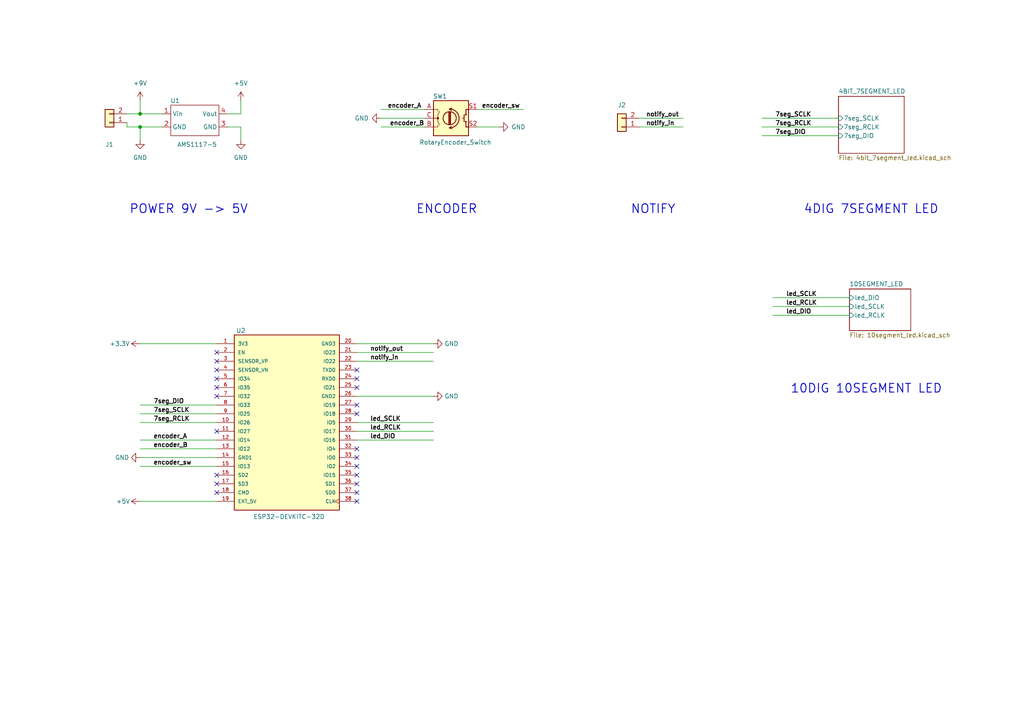
<source format=kicad_sch>
(kicad_sch (version 20211123) (generator eeschema)
  (paper "A4")
  (lib_symbols
    (symbol "Connector_Others:KF128_5.08_2P" (pin_names (offset 1.016) hide)
      (property "Reference" "J" (at 0 2.54 0))
      (property "Value" "KF128_5.08_2P" (at 0 -5.08 0))
      (symbol "KF128_5.08_2P_1_1"
        (rectangle (start -1.27 -2.413) (end 0 -2.667) (stroke (width 0.1524)))
        (rectangle (start -1.27 0.127) (end 0 -0.127) (stroke (width 0.1524)))
        (rectangle (start -1.27 1.27) (end 1.27 -3.81) (stroke (width 0.254)) (fill (type background)))
        (pin passive line (at -5.08 0 0) (length 3.81) (name "Pin_1") (number "1"))
        (pin passive line (at -5.08 -2.54 0) (length 3.81) (name "Pin_2") (number "2"))
      )
    )
    (symbol "ESP_Module:ESP32-DEVKITC-32D" (pin_names (offset 1.016))
      (property "Reference" "U2" (at 0 31.115 0))
      (property "Value" "ESP32-DEVKITC-32D" (at 0 28.575 0))
      (symbol "ESP32-DEVKITC-32D_0_0"
        (rectangle (start -15.24 -25.4) (end 15.24 25.4) (stroke (width 0.254)) (fill (type background)))
        (pin power_out line (at -20.32 22.86 0) (length 5.08) (name "3V3") (number "1"))
        (pin bidirectional line (at -20.32 0 0) (length 5.08) (name "IO26") (number "10"))
        (pin bidirectional line (at -20.32 -2.54 0) (length 5.08) (name "IO27") (number "11"))
        (pin bidirectional line (at -20.32 -5.08 0) (length 5.08) (name "IO14") (number "12"))
        (pin bidirectional line (at -20.32 -7.62 0) (length 5.08) (name "IO12") (number "13"))
        (pin power_in line (at -20.32 -10.16 0) (length 5.08) (name "GND1") (number "14"))
        (pin bidirectional line (at -20.32 -12.7 0) (length 5.08) (name "IO13") (number "15"))
        (pin bidirectional line (at -20.32 -15.24 0) (length 5.08) (name "SD2") (number "16"))
        (pin bidirectional line (at -20.32 -17.78 0) (length 5.08) (name "SD3") (number "17"))
        (pin bidirectional line (at -20.32 -20.32 0) (length 5.08) (name "CMD") (number "18"))
        (pin power_in line (at -20.32 -22.86 0) (length 5.08) (name "EXT_5V") (number "19"))
        (pin input line (at -20.32 20.32 0) (length 5.08) (name "EN") (number "2"))
        (pin power_in line (at 20.32 22.86 180) (length 5.08) (name "GND3") (number "20"))
        (pin bidirectional line (at 20.32 20.32 180) (length 5.08) (name "IO23") (number "21"))
        (pin bidirectional line (at 20.32 17.78 180) (length 5.08) (name "IO22") (number "22"))
        (pin output line (at 20.32 15.24 180) (length 5.08) (name "TXD0") (number "23"))
        (pin input line (at 20.32 12.7 180) (length 5.08) (name "RXD0") (number "24"))
        (pin bidirectional line (at 20.32 10.16 180) (length 5.08) (name "IO21") (number "25"))
        (pin power_in line (at 20.32 7.62 180) (length 5.08) (name "GND2") (number "26"))
        (pin bidirectional line (at 20.32 5.08 180) (length 5.08) (name "IO19") (number "27"))
        (pin bidirectional line (at 20.32 2.54 180) (length 5.08) (name "IO18") (number "28"))
        (pin bidirectional line (at 20.32 0 180) (length 5.08) (name "IO5") (number "29"))
        (pin input line (at -20.32 17.78 0) (length 5.08) (name "SENSOR_VP") (number "3"))
        (pin bidirectional line (at 20.32 -2.54 180) (length 5.08) (name "IO17") (number "30"))
        (pin bidirectional line (at 20.32 -5.08 180) (length 5.08) (name "IO16") (number "31"))
        (pin bidirectional line (at 20.32 -7.62 180) (length 5.08) (name "IO4") (number "32"))
        (pin bidirectional line (at 20.32 -10.16 180) (length 5.08) (name "IO0") (number "33"))
        (pin bidirectional line (at 20.32 -12.7 180) (length 5.08) (name "IO2") (number "34"))
        (pin bidirectional line (at 20.32 -15.24 180) (length 5.08) (name "IO15") (number "35"))
        (pin bidirectional line (at 20.32 -17.78 180) (length 5.08) (name "SD1") (number "36"))
        (pin bidirectional line (at 20.32 -20.32 180) (length 5.08) (name "SD0") (number "37"))
        (pin input clock (at 20.32 -22.86 180) (length 5.08) (name "CLK") (number "38"))
        (pin input line (at -20.32 15.24 0) (length 5.08) (name "SENSOR_VN") (number "4"))
        (pin bidirectional line (at -20.32 12.7 0) (length 5.08) (name "IO34") (number "5"))
        (pin bidirectional line (at -20.32 10.16 0) (length 5.08) (name "IO35") (number "6"))
        (pin bidirectional line (at -20.32 7.62 0) (length 5.08) (name "IO32") (number "7"))
        (pin bidirectional line (at -20.32 5.08 0) (length 5.08) (name "IO33") (number "8"))
        (pin bidirectional line (at -20.32 2.54 0) (length 5.08) (name "IO25") (number "9"))
      )
    )
    (symbol "KF128_5.08_2P_1" (pin_names (offset 1.016) hide)
      (property "Reference" "J1" (at 0 6.35 0))
      (symbol "KF128_5.08_2P_1_1_1"
        (rectangle (start -1.27 -2.413) (end 0 -2.667) (stroke (width 0.1524)))
        (rectangle (start -1.27 0.127) (end 0 -0.127) (stroke (width 0.1524)))
        (rectangle (start -1.27 1.27) (end 1.27 -3.81) (stroke (width 0.254)) (fill (type background)))
        (pin power_out line (at -5.08 0 0) (length 3.81) (name "Pin_1") (number "1"))
        (pin power_out line (at -5.08 -2.54 0) (length 3.81) (name "Pin_2") (number "2"))
      )
    )
    (symbol "Power_Module:AMS1117-5"
      (property "Reference" "U1" (at 1.27 1.27 0))
      (property "Value" "AMS1117-5" (at 7.62 -11.43 0))
      (symbol "AMS1117-5_0_1"
        (rectangle (start 0 0) (end 13.97 -8.89))
      )
      (symbol "AMS1117-5_1_1"
        (pin power_in line (at -2.54 -2.54 0) (length 2.54) (name "Vin") (number "1"))
        (pin power_in line (at -2.54 -6.35 0) (length 2.54) (name "GND") (number "2"))
        (pin passive line (at 16.51 -6.35 180) (length 2.54) (name "GND") (number "3"))
        (pin power_out line (at 16.51 -2.54 180) (length 2.54) (name "Vout") (number "4"))
      )
    )
    (symbol "Rotary_Encoder_my:RotaryEncoder_Switch" (pin_names (offset 0.254) hide)
      (property "Reference" "SW" (at 0 6.604 0))
      (property "Value" "RotaryEncoder_Switch" (at 0 -6.604 0))
      (symbol "RotaryEncoder_Switch_0_1"
        (rectangle (start -5.08 5.08) (end 5.08 -5.08) (stroke (width 0.254)) (fill (type background)))
        (circle (center -3.81 0) (radius 0.254) (fill (type outline)))
        (arc (start -0.381 -2.794) (mid 2.3622 -0.0508) (end -0.381 2.667) (stroke (width 0.254)))
        (circle (center -0.381 0) (radius 1.905) (stroke (width 0.254)))
        (polyline (pts (xy -0.635 -1.778) (xy -0.635 1.778)) (stroke (width 0.254)))
        (polyline (pts (xy -0.381 -1.778) (xy -0.381 1.778)) (stroke (width 0.254)))
        (polyline (pts (xy -0.127 1.778) (xy -0.127 -1.778)) (stroke (width 0.254)))
        (polyline (pts (xy 3.81 0) (xy 3.429 0)) (stroke (width 0.254)))
        (polyline (pts (xy 3.81 1.016) (xy 3.81 -1.016)) (stroke (width 0.254)))
        (polyline (pts (xy -5.08 -2.54) (xy -3.81 -2.54) (xy -3.81 -2.032)))
        (polyline (pts (xy -5.08 2.54) (xy -3.81 2.54) (xy -3.81 2.032)))
        (polyline (pts (xy 0.254 -3.048) (xy -0.508 -2.794) (xy 0.127 -2.413)) (stroke (width 0.254)))
        (polyline (pts (xy 0.254 2.921) (xy -0.508 2.667) (xy 0.127 2.286)) (stroke (width 0.254)))
        (polyline (pts (xy 5.08 -2.54) (xy 4.318 -2.54) (xy 4.318 -1.016)) (stroke (width 0.254)))
        (polyline (pts (xy 5.08 2.54) (xy 4.318 2.54) (xy 4.318 1.016)) (stroke (width 0.254)))
        (polyline (pts (xy -5.08 0) (xy -3.81 0) (xy -3.81 -1.016) (xy -3.302 -2.032)))
        (polyline (pts (xy -4.318 0) (xy -3.81 0) (xy -3.81 1.016) (xy -3.302 2.032)))
        (circle (center 4.318 -1.016) (radius 0.127) (stroke (width 0.254)))
        (circle (center 4.318 1.016) (radius 0.127) (stroke (width 0.254)))
      )
      (symbol "RotaryEncoder_Switch_1_1"
        (pin passive line (at -7.62 2.54 0) (length 2.54) (name "A") (number "A"))
        (pin passive line (at -7.62 -2.54 0) (length 2.54) (name "B") (number "B"))
        (pin passive line (at -7.62 0 0) (length 2.54) (name "C") (number "C"))
        (pin passive line (at 7.62 2.54 180) (length 2.54) (name "S1") (number "S1"))
        (pin passive line (at 7.62 -2.54 180) (length 2.54) (name "S2") (number "S2"))
      )
    )
    (symbol "power:+3.3V" (power) (pin_names (offset 0))
      (property "Value" "+3.3V" (at 0 3.556 0))
      (symbol "+3.3V_0_1"
        (polyline (pts (xy -0.762 1.27) (xy 0 2.54)))
        (polyline (pts (xy 0 0) (xy 0 2.54)))
        (polyline (pts (xy 0 2.54) (xy 0.762 1.27)))
      )
      (symbol "+3.3V_1_1"
        (pin power_in line (at 0 0 90) (length 0) hide (name "+3.3V") (number "1"))
      )
    )
    (symbol "power:+5V" (power) (pin_names (offset 0))
      (property "Value" "+5V" (at 0 3.556 0))
      (symbol "+5V_0_1"
        (polyline (pts (xy -0.762 1.27) (xy 0 2.54)))
        (polyline (pts (xy 0 0) (xy 0 2.54)))
        (polyline (pts (xy 0 2.54) (xy 0.762 1.27)))
      )
      (symbol "+5V_1_1"
        (pin power_in line (at 0 0 90) (length 0) hide (name "+5V") (number "1"))
      )
    )
    (symbol "power:+9V" (power) (pin_names (offset 0))
      (property "Value" "+9V" (at 0 3.556 0))
      (symbol "+9V_0_1"
        (polyline (pts (xy -0.762 1.27) (xy 0 2.54)))
        (polyline (pts (xy 0 0) (xy 0 2.54)))
        (polyline (pts (xy 0 2.54) (xy 0.762 1.27)))
      )
      (symbol "+9V_1_1"
        (pin power_in line (at 0 0 90) (length 0) hide (name "+9V") (number "1"))
      )
    )
    (symbol "power:GND" (power) (pin_names (offset 0))
      (property "Value" "GND" (at 0 -3.81 0))
      (symbol "GND_0_1"
        (polyline (pts (xy 0 0) (xy 0 -1.27) (xy 1.27 -1.27) (xy 0 -2.54) (xy -1.27 -1.27) (xy 0 -1.27)))
      )
      (symbol "GND_1_1"
        (pin power_in line (at 0 0 270) (length 0) hide (name "GND") (number "1"))
      )
    )
  )
  (junction (at 40.64 33.02))
  (junction (at 40.64 36.83))
  (no_connect (at 62.865 107.315))
  (no_connect (at 103.505 145.415))
  (no_connect (at 103.505 107.315))
  (no_connect (at 62.865 104.775))
  (no_connect (at 62.865 109.855))
  (no_connect (at 62.865 112.395))
  (no_connect (at 62.865 114.935))
  (no_connect (at 62.865 125.095))
  (no_connect (at 103.505 130.175))
  (no_connect (at 103.505 132.715))
  (no_connect (at 103.505 135.255))
  (no_connect (at 103.505 137.795))
  (no_connect (at 103.505 142.875))
  (no_connect (at 103.505 112.395))
  (no_connect (at 103.505 117.475))
  (no_connect (at 62.865 102.235))
  (no_connect (at 103.505 120.015))
  (no_connect (at 62.865 140.335))
  (no_connect (at 62.865 142.875))
  (no_connect (at 62.865 137.795))
  (no_connect (at 103.505 140.335))
  (no_connect (at 103.505 109.855))
  (wire (pts (xy 103.505 127.635) (xy 125.73 127.635)))
  (wire (pts (xy 185.42 34.29) (xy 198.12 34.29)))
  (wire (pts (xy 110.49 31.75) (xy 123.19 31.75)))
  (wire (pts (xy 110.49 34.29) (xy 123.19 34.29)))
  (wire (pts (xy 40.64 117.475) (xy 62.865 117.475)))
  (wire (pts (xy 224.155 91.44) (xy 246.38 91.44)))
  (wire (pts (xy 103.505 125.095) (xy 125.73 125.095)))
  (wire (pts (xy 69.85 36.83) (xy 69.85 40.64)))
  (wire (pts (xy 40.64 36.83) (xy 46.99 36.83)))
  (wire (pts (xy 62.865 132.715) (xy 40.64 132.715)))
  (wire (pts (xy 224.155 88.9) (xy 246.38 88.9)))
  (wire (pts (xy 138.43 31.75) (xy 151.765 31.75)))
  (wire (pts (xy 40.64 99.695) (xy 62.865 99.695)))
  (wire (pts (xy 40.64 33.02) (xy 46.99 33.02)))
  (wire (pts (xy 110.49 36.83) (xy 123.19 36.83)))
  (wire (pts (xy 69.85 29.21) (xy 69.85 33.02)))
  (wire (pts (xy 103.505 102.235) (xy 125.73 102.235)))
  (wire (pts (xy 103.505 99.695) (xy 125.73 99.695)))
  (wire (pts (xy 40.64 130.175) (xy 62.865 130.175)))
  (wire (pts (xy 138.43 36.83) (xy 144.78 36.83)))
  (wire (pts (xy 103.505 122.555) (xy 125.73 122.555)))
  (wire (pts (xy 40.64 135.255) (xy 62.865 135.255)))
  (wire (pts (xy 36.83 36.83) (xy 36.83 35.56)))
  (wire (pts (xy 103.505 104.775) (xy 125.73 104.775)))
  (wire (pts (xy 224.155 86.36) (xy 246.38 86.36)))
  (wire (pts (xy 40.64 29.21) (xy 40.64 33.02)))
  (wire (pts (xy 40.64 122.555) (xy 62.865 122.555)))
  (wire (pts (xy 66.04 36.83) (xy 69.85 36.83)))
  (wire (pts (xy 40.64 120.015) (xy 62.865 120.015)))
  (wire (pts (xy 40.64 36.83) (xy 40.64 40.64)))
  (wire (pts (xy 220.98 36.83) (xy 243.205 36.83)))
  (wire (pts (xy 220.98 34.29) (xy 243.205 34.29)))
  (wire (pts (xy 40.64 127.635) (xy 62.865 127.635)))
  (wire (pts (xy 185.42 36.83) (xy 198.12 36.83)))
  (wire (pts (xy 36.83 33.02) (xy 40.64 33.02)))
  (wire (pts (xy 36.83 36.83) (xy 40.64 36.83)))
  (wire (pts (xy 66.04 33.02) (xy 69.85 33.02)))
  (wire (pts (xy 220.98 39.37) (xy 243.205 39.37)))
  (wire (pts (xy 103.505 114.935) (xy 125.73 114.935)))
  (wire (pts (xy 40.64 145.415) (xy 62.865 145.415)))
  (text "NOTIFY" (at 182.88 62.23 0) (effects (font (size 2.54 2.54) (thickness 0.254) bold) (justify left bottom)))
  (text "POWER 9V -> 5V\n" (at 37.465 62.23 0) (effects (font (size 2.54 2.54) (thickness 0.254) bold) (justify left bottom)))
  (text "ENCODER\n" (at 120.65 62.23 0) (effects (font (size 2.54 2.54) (thickness 0.254) bold) (justify left bottom)))
  (text "10DIG 10SEGMENT LED\n" (at 229.235 114.3 0) (effects (font (size 2.54 2.54) (thickness 0.254) bold) (justify left bottom)))
  (text "4DIG 7SEGMENT LED\n" (at 233.045 62.23 0) (effects (font (size 2.54 2.54) (thickness 0.254) bold) (justify left bottom)))
  (label "encoder_sw" (at 44.45 135.255 0) (effects (font bold)))
  (label "encoder_A" (at 112.395 31.75 0) (effects (font bold)))
  (label "led_DIO" (at 107.315 127.635 0) (effects (font bold)))
  (label "notify_out" (at 187.325 34.29 0) (effects (font bold)))
  (label "led_SCLK" (at 107.315 122.555 0) (effects (font bold)))
  (label "7seg_SCLK" (at 224.79 34.29 0) (effects (font bold)))
  (label "7seg_RCLK" (at 44.45 122.555 0) (effects (font bold)))
  (label "notify_out" (at 107.315 102.235 0) (effects (font bold)))
  (label "led_RCLK" (at 107.315 125.095 0) (effects (font bold)))
  (label "notify_in" (at 107.315 104.775 0) (effects (font bold)))
  (label "encoder_sw" (at 139.7 31.75 0) (effects (font bold)))
  (label "led_SCLK" (at 227.965 86.36 0) (effects (font bold)))
  (label "notify_in" (at 187.325 36.83 0) (effects (font bold)))
  (label "led_RCLK" (at 227.965 88.9 0) (effects (font bold)))
  (label "7seg_DIO" (at 224.79 39.37 0) (effects (font bold)))
  (label "7seg_DIO" (at 44.45 117.475 0) (effects (font bold)))
  (label "encoder_B" (at 44.45 130.175 0) (effects (font bold)))
  (label "7seg_SCLK" (at 44.45 120.015 0) (effects (font bold)))
  (label "encoder_A" (at 44.45 127.635 0) (effects (font bold)))
  (label "led_DIO" (at 227.965 91.44 0) (effects (font bold)))
  (label "7seg_RCLK" (at 224.79 36.83 0) (effects (font bold)))
  (label "encoder_B" (at 113.03 36.83 0) (effects (font bold)))
  (symbol (lib_id "power:+5V") (at 40.64 145.415 90) (unit 1)
    (property "Reference" "#PWR0101" (effects hide))
    (property "Value" "+5V" (at 33.655 145.415 90) (effects (justify right)))
  )
  (symbol (lib_id "Rotary_Encoder_my:RotaryEncoder_Switch") (at 130.81 34.29 0) (unit 1)
    (property "Reference" "SW1" (at 127.635 27.94 0))
    (property "Value" "RotaryEncoder_Switch" (at 132.08 41.275 0))
    (property "Footprint" "Rotary_Encoder_my:RotaryEncoder_Alps_EC11E-Switch_Vertical_H20mm" (effects hide))
  )
  (symbol (lib_id "power:+5V") (at 69.85 29.21 0) (unit 1)
    (property "Reference" "#PWR0109" (effects hide))
    (property "Value" "+5V" (at 69.85 24.13 0))
  )
  (symbol (lib_name "KF128_5.08_2P_1") (lib_id "Connector_Others:KF128_5.08_2P") (at 31.75 35.56 180) (unit 1)
    (property "Reference" "J1" (at 31.75 41.91 0))
    (property "Value" "KF128_5.08_2P" (effects hide))
    (property "Footprint" "Connector_Others:KF128_5.08_2P" (effects hide))
  )
  (symbol (lib_id "power:GND") (at 125.73 114.935 90) (unit 1)
    (property "Reference" "#PWR0103" (effects hide))
    (property "Value" "GND" (at 128.905 114.9349 90) (effects (justify right)))
  )
  (symbol (lib_id "Connector_Others:KF128_5.08_2P") (at 180.34 36.83 180) (unit 1)
    (property "Reference" "J2" (at 180.34 30.48 0))
    (property "Value" "KF128_5.08_2P" (effects hide))
    (property "Footprint" "Connector_Others:KF128_5.08_2P" (effects hide))
  )
  (symbol (lib_id "ESP_Module:ESP32-DEVKITC-32D") (at 83.185 122.555 0) (unit 1)
    (property "Reference" "U2" (at 69.85 95.885 0))
    (property "Value" "ESP32-DEVKITC-32D" (at 83.82 149.86 0))
    (property "Footprint" "ESP_Module:ESP32-DEVKITC-32D" (effects hide))
    (property "PARTREV" "4" (effects hide))
    (property "MANUFACTURER" "Espressif Systems" (effects hide))
  )
  (symbol (lib_id "power:GND") (at 110.49 34.29 270) (unit 1)
    (property "Reference" "#PWR0104" (effects hide))
    (property "Value" "GND" (at 102.87 34.29 90) (effects (justify left)))
  )
  (symbol (lib_id "power:GND") (at 69.85 40.64 0) (unit 1)
    (property "Reference" "#PWR0105" (effects hide))
    (property "Value" "GND" (at 69.85 45.72 0))
  )
  (symbol (lib_id "power:+9V") (at 40.64 29.21 0) (unit 1)
    (property "Reference" "#PWR0108" (effects hide))
    (property "Value" "+9V" (at 40.64 24.13 0))
  )
  (symbol (lib_id "power:GND") (at 40.64 40.64 0) (unit 1)
    (property "Reference" "#PWR0106" (effects hide))
    (property "Value" "GND" (at 40.64 45.72 0))
  )
  (symbol (lib_id "power:GND") (at 40.64 132.715 270) (unit 1)
    (property "Reference" "#PWR0102" (effects hide))
    (property "Value" "GND" (at 37.465 132.7151 90) (effects (justify right)))
  )
  (symbol (lib_id "power:+3.3V") (at 40.64 99.695 90) (unit 1)
    (property "Reference" "#PWR0107" (effects hide))
    (property "Value" "+3.3V" (at 31.75 99.695 90) (effects (justify right)))
  )
  (symbol (lib_id "power:GND") (at 144.78 36.83 90) (unit 1)
    (property "Reference" "#PWR0111" (effects hide))
    (property "Value" "GND" (at 152.4 36.83 90) (effects (justify left)))
  )
  (symbol (lib_id "power:GND") (at 125.73 99.695 90) (unit 1)
    (property "Reference" "#PWR0110" (effects hide))
    (property "Value" "GND" (at 128.905 99.6949 90) (effects (justify right)))
  )
  (symbol (lib_id "Power_Module:AMS1117-5") (at 49.53 30.48 0) (unit 1)
    (property "Reference" "U1" (at 50.8 29.21 0))
    (property "Value" "AMS1117-5" (at 57.15 41.91 0))
    (property "Footprint" "Power_Module:AMS1117" (effects hide))
  )
  (sheet (at 246.38 83.82) (size 17.78 12.065) (stroke (width 0.1524))
    (property "Sheet name" "10SEGMENT_LED" (at 246.38 83.1084 0) (effects (justify left bottom)))
    (property "Sheet file" "10segment_led.kicad_sch" (at 246.38 96.4696 0) (effects (justify left top)))
    (pin "led_DIO" input (at 246.38 86.36 180))
    (pin "led_SCLK" input (at 246.38 88.9 180))
    (pin "led_RCLK" input (at 246.38 91.44 180))
  )
  (sheet (at 243.205 27.94) (size 19.05 16.51) (stroke (width 0.1524))
    (property "Sheet name" "4BIT_7SEGMENT_LED" (at 243.205 27.2284 0) (effects (justify left bottom)))
    (property "Sheet file" "4bit_7segment_led.kicad_sch" (at 243.205 45.0346 0) (effects (justify left top)))
    (pin "7seg_SCLK" input (at 243.205 34.29 180))
    (pin "7seg_RCLK" input (at 243.205 36.83 180))
    (pin "7seg_DIO" input (at 243.205 39.37 180))
  )
)
</source>
